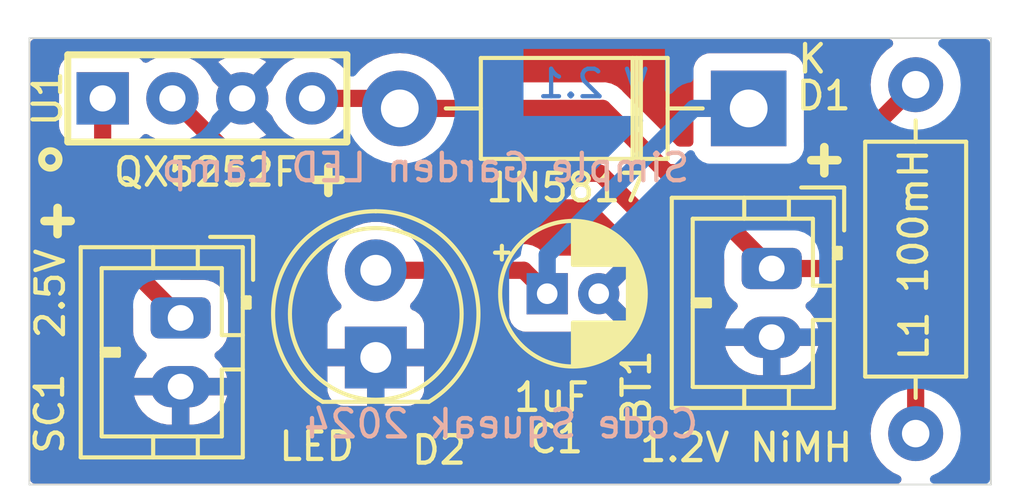
<source format=kicad_pcb>
(kicad_pcb (version 20240108) (generator "pcbnew") (generator_version "8.0")
  (title_block (title "Garden Solar Light") (rev "1.0.1"))
  (layers (0 "F.Cu" signal) (31 "B.Cu" signal) (34 "B.Paste" user) (35 "F.Paste" user) (36 "B.SilkS" user "B.Silkscreen") (37 "F.SilkS" user "F.Silkscreen") (38 "B.Mask" user) (39 "F.Mask" user) (44 "Edge.Cuts" user))
  (net 0 "")
  (net 1 "GND")
  (net 2 "Net-(BT1-+)")
  (net 3 "Net-(D1-K)")
  (net 4 "Net-(D1-A)")
  (net 5 "Net-(SC1-+)")
  (footprint "Connector_JST:JST_PH_B2B-PH-K_1x02_P2.00mm_Vertical" (layer "F.Cu") (at 119.616024 86.709207 -90)
    (property "Reference" "BT1" (at 3.470749 3.937584 90) (layer "F.SilkS") (effects (font (size 0.8 0.8) (thickness 0.125))))
    (property "Value" "1.2V NiMH")
    (fp_line (start -2.06 2.91) (end 4.06 2.91) (stroke (width 0.12)) (layer "F.SilkS"))
    (fp_line (start 4.06 2.91) (end 4.06 -1.81) (stroke (width 0.12)) (layer "F.SilkS"))
    (fp_line (start -1.45 2.3) (end 3.45 2.3) (stroke (width 0.12)) (layer "F.SilkS"))
    (fp_line (start 0.9 2.3) (end 0.9 1.8) (stroke (width 0.12)) (layer "F.SilkS"))
    (fp_line (start 1 2.3) (end 1 1.8) (stroke (width 0.12)) (layer "F.SilkS"))
    (fp_line (start 3.45 2.3) (end 3.45 -1.2) (stroke (width 0.12)) (layer "F.SilkS"))
    (fp_line (start 0.9 1.8) (end 1.1 1.8) (stroke (width 0.12)) (layer "F.SilkS"))
    (fp_line (start 1.1 1.8) (end 1.1 2.3) (stroke (width 0.12)) (layer "F.SilkS"))
    (fp_line (start -2.06 0.8) (end -1.45 0.8) (stroke (width 0.12)) (layer "F.SilkS"))
    (fp_line (start 4.06 0.8) (end 3.45 0.8) (stroke (width 0.12)) (layer "F.SilkS"))
    (fp_line (start -2.06 -0.5) (end -1.45 -0.5) (stroke (width 0.12)) (layer "F.SilkS"))
    (fp_line (start 4.06 -0.5) (end 3.45 -0.5) (stroke (width 0.12)) (layer "F.SilkS"))
    (fp_line (start -1.45 -1.2) (end -1.45 2.3) (stroke (width 0.12)) (layer "F.SilkS"))
    (fp_line (start 0.5 -1.2) (end -1.45 -1.2) (stroke (width 0.12)) (layer "F.SilkS"))
    (fp_line (start 1.5 -1.2) (end 1.5 -1.81) (stroke (width 0.12)) (layer "F.SilkS"))
    (fp_line (start 3.45 -1.2) (end 1.5 -1.2) (stroke (width 0.12)) (layer "F.SilkS"))
    (fp_line (start -2.06 -1.81) (end -2.06 2.91) (stroke (width 0.12)) (layer "F.SilkS"))
    (fp_line (start -0.3 -1.81) (end -0.3 -2.01) (stroke (width 0.12)) (layer "F.SilkS"))
    (fp_line (start 0.5 -1.81) (end 0.5 -1.2) (stroke (width 0.12)) (layer "F.SilkS"))
    (fp_line (start 4.06 -1.81) (end -2.06 -1.81) (stroke (width 0.12)) (layer "F.SilkS"))
    (fp_line (start -0.3 -1.91) (end -0.6 -1.91) (stroke (width 0.12)) (layer "F.SilkS"))
    (fp_line (start -0.6 -2.01) (end -0.6 -1.81) (stroke (width 0.12)) (layer "F.SilkS"))
    (fp_line (start -0.3 -2.01) (end -0.6 -2.01) (stroke (width 0.12)) (layer "F.SilkS"))
    (fp_line (start -2.36 -2.11) (end -2.36 -0.86) (stroke (width 0.12)) (layer "F.SilkS"))
    (fp_line (start -1.11 -2.11) (end -2.36 -2.11) (stroke (width 0.12)) (layer "F.SilkS"))
    (pad "1" thru_hole roundrect (at 0 0 270) (size 1.2 1.75) (drill 0.75) (layers "*.Cu" "*.Mask") (roundrect_rratio 0.2083333333) (net 2 "Net-(BT1-+)"))
    (pad "2" thru_hole oval (at 2 0 270) (size 1.2 1.75) (drill 0.75) (layers "*.Cu" "*.Mask") (net 1 "GND"))
  )
  (footprint "Capacitor_THT:CP_Radial_D4.0mm_P1.50mm" (layer "F.Cu") (at 113.078165 87.442686)
    (property "Reference" "C1" (at 0.261283 4.226373 0) (layer "F.SilkS") (effects (font (size 0.8 0.8) (thickness 0.125))))
    (property "Value" "1uF")
    (fp_line (start -1.519801 -1.195) (end -1.119801 -1.195) (stroke (width 0.12)) (layer "F.SilkS"))
    (fp_line (start -1.319801 -1.395) (end -1.319801 -0.995) (stroke (width 0.12)) (layer "F.SilkS"))
    (fp_line (start 0.75 -2.08) (end 0.75 -0.84) (stroke (width 0.12)) (layer "F.SilkS"))
    (fp_line (start 0.75 0.84) (end 0.75 2.08) (stroke (width 0.12)) (layer "F.SilkS"))
    (fp_line (start 0.79 -2.08) (end 0.79 -0.84) (stroke (width 0.12)) (layer "F.SilkS"))
    (fp_line (start 0.79 0.84) (end 0.79 2.08) (stroke (width 0.12)) (layer "F.SilkS"))
    (fp_line (start 0.83 -2.079) (end 0.83 -0.84) (stroke (width 0.12)) (layer "F.SilkS"))
    (fp_line (start 0.83 0.84) (end 0.83 2.079) (stroke (width 0.12)) (layer "F.SilkS"))
    (fp_line (start 0.87 -2.077) (end 0.87 -0.84) (stroke (width 0.12)) (layer "F.SilkS"))
    (fp_line (start 0.87 0.84) (end 0.87 2.077) (stroke (width 0.12)) (layer "F.SilkS"))
    (fp_line (start 0.91 -2.074) (end 0.91 -0.84) (stroke (width 0.12)) (layer "F.SilkS"))
    (fp_line (start 0.91 0.84) (end 0.91 2.074) (stroke (width 0.12)) (layer "F.SilkS"))
    (fp_line (start 0.95 -2.071) (end 0.95 -0.84) (stroke (width 0.12)) (layer "F.SilkS"))
    (fp_line (start 0.95 0.84) (end 0.95 2.071) (stroke (width 0.12)) (layer "F.SilkS"))
    (fp_line (start 0.99 -2.067) (end 0.99 -0.84) (stroke (width 0.12)) (layer "F.SilkS"))
    (fp_line (start 0.99 0.84) (end 0.99 2.067) (stroke (width 0.12)) (layer "F.SilkS"))
    (fp_line (start 1.03 -2.062) (end 1.03 -0.84) (stroke (width 0.12)) (layer "F.SilkS"))
    (fp_line (start 1.03 0.84) (end 1.03 2.062) (stroke (width 0.12)) (layer "F.SilkS"))
    (fp_line (start 1.07 -2.056) (end 1.07 -0.84) (stroke (width 0.12)) (layer "F.SilkS"))
    (fp_line (start 1.07 0.84) (end 1.07 2.056) (stroke (width 0.12)) (layer "F.SilkS"))
    (fp_line (start 1.11 -2.05) (end 1.11 -0.84) (stroke (width 0.12)) (layer "F.SilkS"))
    (fp_line (start 1.11 0.84) (end 1.11 2.05) (stroke (width 0.12)) (layer "F.SilkS"))
    (fp_line (start 1.15 -2.042) (end 1.15 -0.84) (stroke (width 0.12)) (layer "F.SilkS"))
    (fp_line (start 1.15 0.84) (end 1.15 2.042) (stroke (width 0.12)) (layer "F.SilkS"))
    (fp_line (start 1.19 -2.034) (end 1.19 -0.84) (stroke (width 0.12)) (layer "F.SilkS"))
    (fp_line (start 1.19 0.84) (end 1.19 2.034) (stroke (width 0.12)) (layer "F.SilkS"))
    (fp_line (start 1.23 -2.025) (end 1.23 -0.84) (stroke (width 0.12)) (layer "F.SilkS"))
    (fp_line (start 1.23 0.84) (end 1.23 2.025) (stroke (width 0.12)) (layer "F.SilkS"))
    (fp_line (start 1.27 -2.016) (end 1.27 -0.84) (stroke (width 0.12)) (layer "F.SilkS"))
    (fp_line (start 1.27 0.84) (end 1.27 2.016) (stroke (width 0.12)) (layer "F.SilkS"))
    (fp_line (start 1.31 -2.005) (end 1.31 -0.84) (stroke (width 0.12)) (layer "F.SilkS"))
    (fp_line (start 1.31 0.84) (end 1.31 2.005) (stroke (width 0.12)) (layer "F.SilkS"))
    (fp_line (start 1.35 -1.994) (end 1.35 -0.84) (stroke (width 0.12)) (layer "F.SilkS"))
    (fp_line (start 1.35 0.84) (end 1.35 1.994) (stroke (width 0.12)) (layer "F.SilkS"))
    (fp_line (start 1.39 -1.982) (end 1.39 -0.84) (stroke (width 0.12)) (layer "F.SilkS"))
    (fp_line (start 1.39 0.84) (end 1.39 1.982) (stroke (width 0.12)) (layer "F.SilkS"))
    (fp_line (start 1.43 -1.968) (end 1.43 -0.84) (stroke (width 0.12)) (layer "F.SilkS"))
    (fp_line (start 1.43 0.84) (end 1.43 1.968) (stroke (width 0.12)) (layer "F.SilkS"))
    (fp_line (start 1.471 -1.954) (end 1.471 -0.84) (stroke (width 0.12)) (layer "F.SilkS"))
    (fp_line (start 1.471 0.84) (end 1.471 1.954) (stroke (width 0.12)) (layer "F.SilkS"))
    (fp_line (start 1.511 -1.94) (end 1.511 -0.84) (stroke (width 0.12)) (layer "F.SilkS"))
    (fp_line (start 1.511 0.84) (end 1.511 1.94) (stroke (width 0.12)) (layer "F.SilkS"))
    (fp_line (start 1.551 -1.924) (end 1.551 -0.84) (stroke (width 0.12)) (layer "F.SilkS"))
    (fp_line (start 1.551 0.84) (end 1.551 1.924) (stroke (width 0.12)) (layer "F.SilkS"))
    (fp_line (start 1.591 -1.907) (end 1.591 -0.84) (stroke (width 0.12)) (layer "F.SilkS"))
    (fp_line (start 1.591 0.84) (end 1.591 1.907) (stroke (width 0.12)) (layer "F.SilkS"))
    (fp_line (start 1.631 -1.889) (end 1.631 -0.84) (stroke (width 0.12)) (layer "F.SilkS"))
    (fp_line (start 1.631 0.84) (end 1.631 1.889) (stroke (width 0.12)) (layer "F.SilkS"))
    (fp_line (start 1.671 -1.87) (end 1.671 -0.84) (stroke (width 0.12)) (layer "F.SilkS"))
    (fp_line (start 1.671 0.84) (end 1.671 1.87) (stroke (width 0.12)) (layer "F.SilkS"))
    (fp_line (start 1.711 -1.851) (end 1.711 -0.84) (stroke (width 0.12)) (layer "F.SilkS"))
    (fp_line (start 1.711 0.84) (end 1.711 1.851) (stroke (width 0.12)) (layer "F.SilkS"))
    (fp_line (start 1.751 -1.83) (end 1.751 -0.84) (stroke (width 0.12)) (layer "F.SilkS"))
    (fp_line (start 1.751 0.84) (end 1.751 1.83) (stroke (width 0.12)) (layer "F.SilkS"))
    (fp_line (start 1.791 -1.808) (end 1.791 -0.84) (stroke (width 0.12)) (layer "F.SilkS"))
    (fp_line (start 1.791 0.84) (end 1.791 1.808) (stroke (width 0.12)) (layer "F.SilkS"))
    (fp_line (start 1.831 -1.785) (end 1.831 -0.84) (stroke (width 0.12)) (layer "F.SilkS"))
    (fp_line (start 1.831 0.84) (end 1.831 1.785) (stroke (width 0.12)) (layer "F.SilkS"))
    (fp_line (start 1.871 -1.76) (end 1.871 -0.84) (stroke (width 0.12)) (layer "F.SilkS"))
    (fp_line (start 1.871 0.84) (end 1.871 1.76) (stroke (width 0.12)) (layer "F.SilkS"))
    (fp_line (start 1.911 -1.735) (end 1.911 -0.84) (stroke (width 0.12)) (layer "F.SilkS"))
    (fp_line (start 1.911 0.84) (end 1.911 1.735) (stroke (width 0.12)) (layer "F.SilkS"))
    (fp_line (start 1.951 -1.708) (end 1.951 -0.84) (stroke (width 0.12)) (layer "F.SilkS"))
    (fp_line (start 1.951 0.84) (end 1.951 1.708) (stroke (width 0.12)) (layer "F.SilkS"))
    (fp_line (start 1.991 -1.68) (end 1.991 -0.84) (stroke (width 0.12)) (layer "F.SilkS"))
    (fp_line (start 1.991 0.84) (end 1.991 1.68) (stroke (width 0.12)) (layer "F.SilkS"))
    (fp_line (start 2.031 -1.65) (end 2.031 -0.84) (stroke (width 0.12)) (layer "F.SilkS"))
    (fp_line (start 2.031 0.84) (end 2.031 1.65) (stroke (width 0.12)) (layer "F.SilkS"))
    (fp_line (start 2.071 -1.619) (end 2.071 -0.84) (stroke (width 0.12)) (layer "F.SilkS"))
    (fp_line (start 2.071 0.84) (end 2.071 1.619) (stroke (width 0.12)) (layer "F.SilkS"))
    (fp_line (start 2.111 -1.587) (end 2.111 -0.84) (stroke (width 0.12)) (layer "F.SilkS"))
    (fp_line (start 2.111 0.84) (end 2.111 1.587) (stroke (width 0.12)) (layer "F.SilkS"))
    (fp_line (start 2.151 -1.552) (end 2.151 -0.84) (stroke (width 0.12)) (layer "F.SilkS"))
    (fp_line (start 2.151 0.84) (end 2.151 1.552) (stroke (width 0.12)) (layer "F.SilkS"))
    (fp_line (start 2.191 -1.516) (end 2.191 -0.84) (stroke (width 0.12)) (layer "F.SilkS"))
    (fp_line (start 2.191 0.84) (end 2.191 1.516) (stroke (width 0.12)) (layer "F.SilkS"))
    (fp_line (start 2.231 -1.478) (end 2.231 -0.84) (stroke (width 0.12)) (layer "F.SilkS"))
    (fp_line (start 2.231 0.84) (end 2.231 1.478) (stroke (width 0.12)) (layer "F.SilkS"))
    (fp_line (start 2.271 -1.438) (end 2.271 -0.84) (stroke (width 0.12)) (layer "F.SilkS"))
    (fp_line (start 2.271 0.84) (end 2.271 1.438) (stroke (width 0.12)) (layer "F.SilkS"))
    (fp_line (start 2.311 -1.396) (end 2.311 -0.84) (stroke (width 0.12)) (layer "F.SilkS"))
    (fp_line (start 2.311 0.84) (end 2.311 1.396) (stroke (width 0.12)) (layer "F.SilkS"))
    (fp_line (start 2.351 -1.351) (end 2.351 1.351) (stroke (width 0.12)) (layer "F.SilkS"))
    (fp_line (start 2.391 -1.304) (end 2.391 1.304) (stroke (width 0.12)) (layer "F.SilkS"))
    (fp_line (start 2.431 -1.254) (end 2.431 1.254) (stroke (width 0.12)) (layer "F.SilkS"))
    (fp_line (start 2.471 -1.2) (end 2.471 1.2) (stroke (width 0.12)) (layer "F.SilkS"))
    (fp_line (start 2.511 -1.142) (end 2.511 1.142) (stroke (width 0.12)) (layer "F.SilkS"))
    (fp_line (start 2.551 -1.08) (end 2.551 1.08) (stroke (width 0.12)) (layer "F.SilkS"))
    (fp_line (start 2.591 -1.013) (end 2.591 1.013) (stroke (width 0.12)) (layer "F.SilkS"))
    (fp_line (start 2.631 -0.94) (end 2.631 0.94) (stroke (width 0.12)) (layer "F.SilkS"))
    (fp_line (start 2.671 -0.859) (end 2.671 0.859) (stroke (width 0.12)) (layer "F.SilkS"))
    (fp_line (start 2.711 -0.768) (end 2.711 0.768) (stroke (width 0.12)) (layer "F.SilkS"))
    (fp_line (start 2.751 -0.664) (end 2.751 0.664) (stroke (width 0.12)) (layer "F.SilkS"))
    (fp_line (start 2.791 -0.537) (end 2.791 0.537) (stroke (width 0.12)) (layer "F.SilkS"))
    (fp_line (start 2.831 -0.37) (end 2.831 0.37) (stroke (width 0.12)) (layer "F.SilkS"))
    (fp_circle (center 0.75 0) (end 2.87 0) (stroke (width 0.12)) (fill none) (layer "F.SilkS"))
    (pad "1" thru_hole rect (at 0 0) (size 1.2 1.2) (drill 0.6) (layers "*.Cu" "*.Mask") (net 3 "Net-(D1-K)"))
    (pad "2" thru_hole circle (at 1.5 0) (size 1.2 1.2) (drill 0.6) (layers "*.Cu" "*.Mask") (net 1 "GND"))
  )
  (footprint "Diode_THT:D_DO-41_SOD81_P10.16mm_Horizontal" (layer "F.Cu") (at 118.945524 82.047256 180)
    (property "Reference" "D1" (at -2.185304 0.367146 0) (layer "F.SilkS") (effects (font (size 0.8 0.8) (thickness 0.125))))
    (property "Value" "1N5817")
    (fp_line (start 8.82 0) (end 7.8 0) (stroke (width 0.12)) (layer "F.SilkS"))
    (fp_line (start 7.8 1.47) (end 7.8 -1.47) (stroke (width 0.12)) (layer "F.SilkS"))
    (fp_line (start 7.8 -1.47) (end 2.36 -1.47) (stroke (width 0.12)) (layer "F.SilkS"))
    (fp_line (start 3.38 -1.47) (end 3.38 1.47) (stroke (width 0.12)) (layer "F.SilkS"))
    (fp_line (start 3.26 -1.47) (end 3.26 1.47) (stroke (width 0.12)) (layer "F.SilkS"))
    (fp_line (start 3.14 -1.47) (end 3.14 1.47) (stroke (width 0.12)) (layer "F.SilkS"))
    (fp_line (start 2.36 1.47) (end 7.8 1.47) (stroke (width 0.12)) (layer "F.SilkS"))
    (fp_line (start 2.36 -1.47) (end 2.36 1.47) (stroke (width 0.12)) (layer "F.SilkS"))
    (fp_line (start 1.34 0) (end 2.36 0) (stroke (width 0.12)) (layer "F.SilkS"))
    (fp_text user "K" (at -1.851345 1.440585 0) (layer "F.SilkS") (effects (font (size 0.8 0.8) (thickness 0.125))))
    (pad "1" thru_hole rect (at 0 0 180) (size 2.2 2.2) (drill 1.1) (layers "*.Cu" "*.Mask") (net 3 "Net-(D1-K)"))
    (pad "2" thru_hole oval (at 10.16 0 180) (size 2.2 2.2) (drill 1.1) (layers "*.Cu" "*.Mask") (net 4 "Net-(D1-A)"))
  )
  (footprint "LED_THT:LED_D5.0mm" (layer "F.Cu") (at 108.086305 89.301074 90)
    (property "Reference" "D2" (at -2.696726 1.842737 0) (layer "F.SilkS") (effects (font (size 0.8 0.8) (thickness 0.125))))
    (property "Value" "LED")
    (fp_line (start -1.29 -1.545) (end -1.29 1.545) (stroke (width 0.12)) (layer "F.SilkS"))
    (fp_arc (start -1.29 -1.54483) (mid 2.072002 -2.880433) (end 4.26 0.000462) (stroke (width 0.12)) (layer "F.SilkS"))
    (fp_arc (start 4.26 -0.000462) (mid 2.072002 2.880433) (end -1.29 1.54483) (stroke (width 0.12)) (layer "F.SilkS"))
    (fp_circle (center 1.27 0) (end 3.77 0) (stroke (width 0.12)) (fill none) (layer "F.SilkS"))
    (pad "1" thru_hole rect (at 0 0 90) (size 1.8 1.8) (drill 0.9) (layers "*.Cu" "*.Mask") (net 1 "GND"))
    (pad "2" thru_hole circle (at 2.54 0 90) (size 1.8 1.8) (drill 0.9) (layers "*.Cu" "*.Mask") (net 3 "Net-(D1-K)"))
  )
  (footprint "Inductor_THT:L_Axial_L6.6mm_D2.7mm_P10.16mm_Horizontal_Vishay_IM-2" (layer "F.Cu") (at 123.8084 91.516374 90)
    (property "Reference" "L1" (at 2.843008 -0.04413 90) (layer "F.SilkS") (effects (font (size 0.8 0.8) (thickness 0.125))))
    (property "Value" "100mH")
    (fp_line (start 8.5 -1.47) (end 1.66 -1.47) (stroke (width 0.12)) (layer "F.SilkS"))
    (fp_line (start 1.66 -1.47) (end 1.66 1.47) (stroke (width 0.12)) (layer "F.SilkS"))
    (fp_line (start 9.12 0) (end 8.5 0) (stroke (width 0.12)) (layer "F.SilkS"))
    (fp_line (start 1.04 0) (end 1.66 0) (stroke (width 0.12)) (layer "F.SilkS"))
    (fp_line (start 8.5 1.47) (end 8.5 -1.47) (stroke (width 0.12)) (layer "F.SilkS"))
    (fp_line (start 1.66 1.47) (end 8.5 1.47) (stroke (width 0.12)) (layer "F.SilkS"))
    (pad "1" thru_hole circle (at 0 0 90) (size 1.6 1.6) (drill 0.8) (layers "*.Cu" "*.Mask") (net 2 "Net-(BT1-+)"))
    (pad "2" thru_hole oval (at 10.16 0 90) (size 1.6 1.6) (drill 0.8) (layers "*.Cu" "*.Mask") (net 4 "Net-(D1-A)"))
  )
  (footprint "Connector_JST:JST_PH_B2B-PH-K_1x02_P2.00mm_Vertical" (layer "F.Cu") (at 102.403575 88.148648 -90)
    (property "Reference" "SC1" (at 2.784656 3.816342 90) (layer "F.SilkS") (effects (font (size 0.8 0.8) (thickness 0.125) (bold yes))))
    (property "Value" "2.5V")
    (fp_line (start -2.06 2.91) (end 4.06 2.91) (stroke (width 0.12)) (layer "F.SilkS"))
    (fp_line (start 4.06 2.91) (end 4.06 -1.81) (stroke (width 0.12)) (layer "F.SilkS"))
    (fp_line (start -1.45 2.3) (end 3.45 2.3) (stroke (width 0.12)) (layer "F.SilkS"))
    (fp_line (start 0.9 2.3) (end 0.9 1.8) (stroke (width 0.12)) (layer "F.SilkS"))
    (fp_line (start 1 2.3) (end 1 1.8) (stroke (width 0.12)) (layer "F.SilkS"))
    (fp_line (start 3.45 2.3) (end 3.45 -1.2) (stroke (width 0.12)) (layer "F.SilkS"))
    (fp_line (start 0.9 1.8) (end 1.1 1.8) (stroke (width 0.12)) (layer "F.SilkS"))
    (fp_line (start 1.1 1.8) (end 1.1 2.3) (stroke (width 0.12)) (layer "F.SilkS"))
    (fp_line (start -2.06 0.8) (end -1.45 0.8) (stroke (width 0.12)) (layer "F.SilkS"))
    (fp_line (start 4.06 0.8) (end 3.45 0.8) (stroke (width 0.12)) (layer "F.SilkS"))
    (fp_line (start -2.06 -0.5) (end -1.45 -0.5) (stroke (width 0.12)) (layer "F.SilkS"))
    (fp_line (start 4.06 -0.5) (end 3.45 -0.5) (stroke (width 0.12)) (layer "F.SilkS"))
    (fp_line (start -1.45 -1.2) (end -1.45 2.3) (stroke (width 0.12)) (layer "F.SilkS"))
    (fp_line (start 0.5 -1.2) (end -1.45 -1.2) (stroke (width 0.12)) (layer "F.SilkS"))
    (fp_line (start 1.5 -1.2) (end 1.5 -1.81) (stroke (width 0.12)) (layer "F.SilkS"))
    (fp_line (start 3.45 -1.2) (end 1.5 -1.2) (stroke (width 0.12)) (layer "F.SilkS"))
    (fp_line (start -2.06 -1.81) (end -2.06 2.91) (stroke (width 0.12)) (layer "F.SilkS"))
    (fp_line (start -0.3 -1.81) (end -0.3 -2.01) (stroke (width 0.12)) (layer "F.SilkS"))
    (fp_line (start 0.5 -1.81) (end 0.5 -1.2) (stroke (width 0.12)) (layer "F.SilkS"))
    (fp_line (start 4.06 -1.81) (end -2.06 -1.81) (stroke (width 0.12)) (layer "F.SilkS"))
    (fp_line (start -0.3 -1.91) (end -0.6 -1.91) (stroke (width 0.12)) (layer "F.SilkS"))
    (fp_line (start -0.6 -2.01) (end -0.6 -1.81) (stroke (width 0.12)) (layer "F.SilkS"))
    (fp_line (start -0.3 -2.01) (end -0.6 -2.01) (stroke (width 0.12)) (layer "F.SilkS"))
    (fp_line (start -2.36 -2.11) (end -2.36 -0.86) (stroke (width 0.12)) (layer "F.SilkS"))
    (fp_line (start -1.11 -2.11) (end -2.36 -2.11) (stroke (width 0.12)) (layer "F.SilkS"))
    (pad "1" thru_hole roundrect (at 0 0 270) (size 1.2 1.75) (drill 0.75) (layers "*.Cu" "*.Mask") (roundrect_rratio 0.2083333333) (net 5 "Net-(SC1-+)"))
    (pad "2" thru_hole oval (at 2 0 270) (size 1.2 1.75) (drill 0.75) (layers "*.Cu" "*.Mask") (net 1 "GND"))
  )
  (footprint "gardenlight:QX5252F" (layer "F.Cu") (at 103.18078 81.755042)
    (property "Reference" "U1" (at -4.650201 0.00135 90) (layer "F.SilkS") (effects (font (size 0.8 0.8) (thickness 0.125))))
    (property "Value" "QX5252F")
    (fp_line (start -4.064 -1.27) (end 4.064 -1.27) (stroke (width 0.2032)) (layer "F.SilkS"))
    (fp_line (start -4.064 1.27) (end -4.064 -1.27) (stroke (width 0.2032)) (layer "F.SilkS"))
    (fp_line (start 4.064 -1.27) (end 4.064 1.27) (stroke (width 0.2032)) (layer "F.SilkS"))
    (fp_line (start 4.064 1.27) (end -4.064 1.27) (stroke (width 0.2032)) (layer "F.SilkS"))
    (fp_circle (center -4.572 1.778) (end -4.318 1.778) (stroke (width 0.2032)) (fill none) (layer "F.SilkS"))
    (pad "1" thru_hole rect (at -3.048 0) (size 1.524 1.524) (drill 0.762) (layers "*.Cu" "*.Mask") (net 5 "Net-(SC1-+)"))
    (pad "2" thru_hole circle (at -1.016 0) (size 1.524 1.524) (drill 0.762) (layers "*.Cu" "*.Mask") (net 2 "Net-(BT1-+)"))
    (pad "3" thru_hole circle (at 1.016 0) (size 1.524 1.524) (drill 0.762) (layers "*.Cu" "*.Mask") (net 1 "GND"))
    (pad "4" thru_hole circle (at 3.048 0) (size 1.524 1.524) (drill 0.762) (layers "*.Cu" "*.Mask") (net 4 "Net-(D1-A)"))
  )
  (gr_line (start 98 93) (end 98 80) (stroke (width 0.05)) (layer "Edge.Cuts"))
  (gr_line (start 98 80) (end 126 80) (stroke (width 0.05)) (layer "Edge.Cuts"))
  (gr_line (start 126 93) (end 98 93) (stroke (width 0.05)) (layer "Edge.Cuts"))
  (gr_line (start 126 80) (end 126 93) (stroke (width 0.05)) (layer "Edge.Cuts"))
  (gr_text "V 2.1" (at 114.411437 81.32764 0) (layer "B.Cu") (effects (font (size 0.8 0.8) (thickness 0.125)) (justify mirror)))
  (gr_text "Simple Garden LED Lamp" (at 109.533518 83.774018 0) (layer "B.SilkS") (effects (font (size 0.8 0.8) (thickness 0.125)) (justify mirror)))
  (gr_text "Code Squeak 2024\n" (at 111.734068 91.234421 0) (layer "B.SilkS") (effects (font (size 0.8 0.8) (thickness 0.125)) (justify mirror)))
  (gr_text "2.5V" (at 98.611087 87.438663 90) (layer "F.SilkS") (effects (font (size 0.8 0.8) (thickness 0.125))))
  (gr_text "1uF" (at 113.205268 90.46144 0) (layer "F.SilkS") (effects (font (size 0.8 0.8) (thickness 0.125))))
  (gr_text "+" (at 98.036684 85.842704 0) (layer "F.SilkS") (effects (font (size 1 1) (thickness 0.25) (bold yes)) (justify left bottom)))
  (gr_text "100mH\n" (at 123.746379 85.327814 90) (layer "F.SilkS") (effects (font (size 0.8 0.8) (thickness 0.125))))
  (gr_text "+" (at 105.921535 84.644741 0) (layer "F.SilkS") (effects (font (size 1 1) (thickness 0.25) (bold yes)) (justify left bottom)))
  (gr_text "QX5252F" (at 100.384916 84.371827 0) (layer "F.SilkS") (effects (font (size 0.8 0.8) (thickness 0.125) (bold yes)) (justify left bottom)))
  (gr_text "1.2V NiMH" (at 118.871922 91.924295 0) (layer "F.SilkS") (effects (font (size 0.8 0.8) (thickness 0.125))))
  (gr_text "+" (at 120.364511 84.071494 0) (layer "F.SilkS") (effects (font (size 1 1) (thickness 0.25) (bold yes)) (justify left bottom)))
  (gr_text "1N5817" (at 113.638906 84.356548 0) (layer "F.SilkS") (effects (font (size 0.8 0.8) (thickness 0.125))))
  (gr_text "LED" (at 106.368802 91.890456 0) (layer "F.SilkS") (effects (font (size 0.8 0.8) (thickness 0.125))))
  (segment (start 123.8084 88.291783) (end 123.8084 91.516374) (width 0.5) (layer "F.Cu") (net 2))
  (segment (start 122.225824 86.709207) (end 123.8084 88.291783) (width 0.5) (layer "F.Cu") (net 2))
  (segment (start 116.013291 85.331624) (end 118.238441 85.331624) (width 0.5) (layer "F.Cu") (net 2))
  (segment (start 114.61782 83.936153) (end 116.013291 85.331624) (width 0.5) (layer "F.Cu") (net 2))
  (segment (start 119.616024 86.709207) (end 122.225824 86.709207) (width 0.5) (layer "F.Cu") (net 2))
  (segment (start 118.238441 85.331624) (end 119.616024 86.709207) (width 0.5) (layer "F.Cu") (net 2))
  (segment (start 104.345891 83.936153) (end 114.61782 83.936153) (width 0.5) (layer "F.Cu") (net 2))
  (segment (start 102.16478 81.755042) (end 104.345891 83.936153) (width 0.5) (layer "F.Cu") (net 2))
  (segment (start 112.396553 86.761074) (end 113.078165 87.442686) (width 0.5) (layer "F.Cu") (net 3))
  (segment (start 108.086305 86.761074) (end 112.396553 86.761074) (width 0.5) (layer "F.Cu") (net 3))
  (segment (start 118.945524 82.047256) (end 117.345524 82.047256) (width 0.5) (layer "B.Cu") (net 3))
  (segment (start 113.078165 86.314615) (end 113.078165 87.442686) (width 0.5) (layer "B.Cu") (net 3))
  (segment (start 117.345524 82.047256) (end 113.078165 86.314615) (width 0.5) (layer "B.Cu") (net 3))
  (segment (start 114.696896 82.047256) (end 116.567902 83.918262) (width 0.5) (layer "F.Cu") (net 4))
  (segment (start 108.785524 82.047256) (end 114.696896 82.047256) (width 0.5) (layer "F.Cu") (net 4))
  (segment (start 106.22878 81.755042) (end 108.49331 81.755042) (width 0.5) (layer "F.Cu") (net 4))
  (segment (start 121.246512 83.918262) (end 123.8084 81.356374) (width 0.5) (layer "F.Cu") (net 4))
  (segment (start 116.567902 83.918262) (end 121.246512 83.918262) (width 0.5) (layer "F.Cu") (net 4))
  (segment (start 100.13278 81.755042) (end 100.13278 85.877853) (width 0.5) (layer "F.Cu") (net 5))
  (segment (start 100.13278 85.877853) (end 102.403575 88.148648) (width 0.5) (layer "F.Cu") (net 5))
  (zone (net 1) (net_name "GND") (layer "F.Cu") (connect_pads (clearance 0.508)) (min_thickness 0.254) (fill yes (thermal_gap 0.508) (thermal_bridge_width 0.508))
    (polygon (pts (xy 126.530483 93.440674) (xy 97.523582 93.409523) (xy 97.555174 79.610017) (xy 126.564702 79.615118)))
  )
  (zone (net 1) (net_name "GND") (layer "B.Cu") (connect_pads (clearance 0.508)) (min_thickness 0.254) (fill yes (thermal_gap 0.508) (thermal_bridge_width 0.508))
    (polygon (pts (xy 126.430295 93.225383) (xy 97.143294 93.16873) (xy 97.208162 79.621772) (xy 126.495163 79.678425)))
  )
)
</source>
